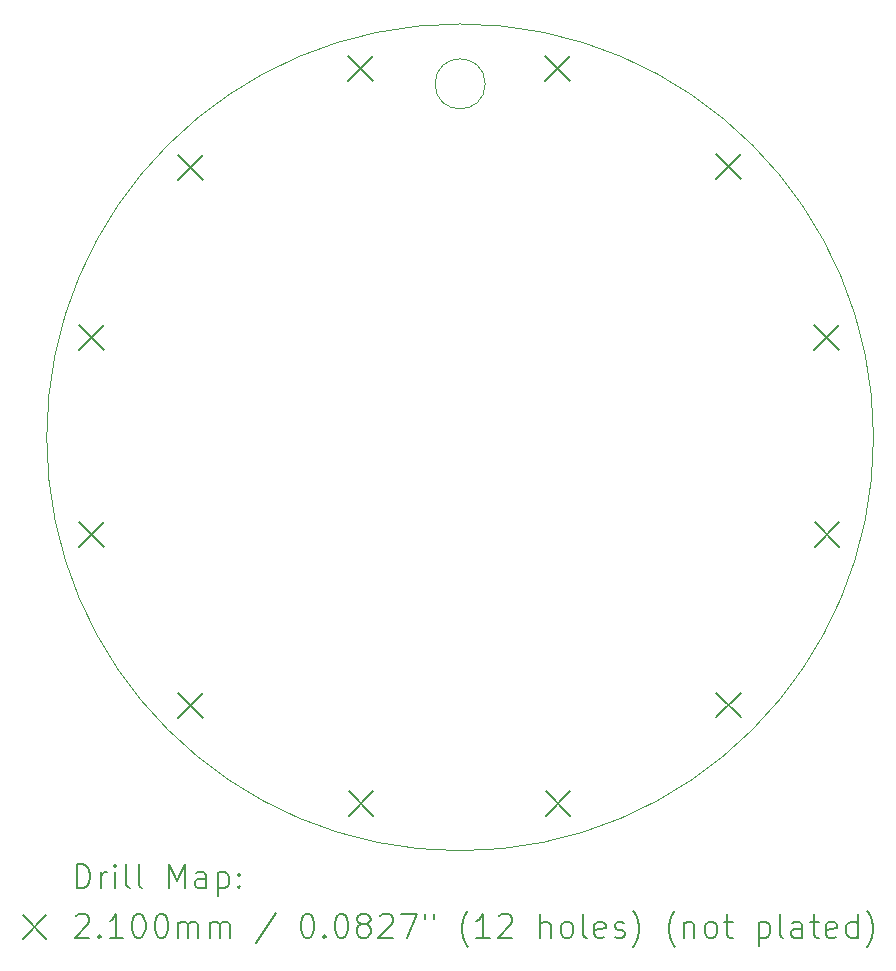
<source format=gbr>
%TF.GenerationSoftware,KiCad,Pcbnew,7.0.7*%
%TF.CreationDate,2023-10-30T19:25:37-07:00*%
%TF.ProjectId,CodeStackOrnament2023,436f6465-5374-4616-936b-4f726e616d65,rev?*%
%TF.SameCoordinates,Original*%
%TF.FileFunction,Drillmap*%
%TF.FilePolarity,Positive*%
%FSLAX45Y45*%
G04 Gerber Fmt 4.5, Leading zero omitted, Abs format (unit mm)*
G04 Created by KiCad (PCBNEW 7.0.7) date 2023-10-30 19:25:37*
%MOMM*%
%LPD*%
G01*
G04 APERTURE LIST*
%ADD10C,0.100000*%
%ADD11C,0.200000*%
%ADD12C,0.210000*%
G04 APERTURE END LIST*
D10*
X15220872Y-7476366D02*
G75*
G03*
X15220872Y-7476366I-211872J0D01*
G01*
X18509000Y-10468861D02*
G75*
G03*
X18509000Y-10468861I-3500000J0D01*
G01*
D11*
D12*
X11785218Y-9521194D02*
X11995218Y-9731194D01*
X11995218Y-9521194D02*
X11785218Y-9731194D01*
X11786227Y-11188743D02*
X11996227Y-11398743D01*
X11996227Y-11188743D02*
X11786227Y-11398743D01*
X12618119Y-8076550D02*
X12828119Y-8286550D01*
X12828119Y-8076550D02*
X12618119Y-8286550D01*
X12620875Y-12632378D02*
X12830875Y-12842378D01*
X12830875Y-12632378D02*
X12620875Y-12842378D01*
X14061754Y-7241902D02*
X14271754Y-7451902D01*
X14271754Y-7241902D02*
X14061754Y-7451902D01*
X14065519Y-13465279D02*
X14275519Y-13675279D01*
X14275519Y-13465279D02*
X14065519Y-13675279D01*
X15729302Y-7240893D02*
X15939302Y-7450893D01*
X15939302Y-7240893D02*
X15729302Y-7450893D01*
X15733068Y-13464269D02*
X15943068Y-13674269D01*
X15943068Y-13464269D02*
X15733068Y-13674269D01*
X17173946Y-8073794D02*
X17383946Y-8283794D01*
X17383946Y-8073794D02*
X17173946Y-8283794D01*
X17176703Y-12629621D02*
X17386703Y-12839621D01*
X17386703Y-12629621D02*
X17176703Y-12839621D01*
X18008595Y-9517429D02*
X18218595Y-9727429D01*
X18218595Y-9517429D02*
X18008595Y-9727429D01*
X18009604Y-11184977D02*
X18219604Y-11394977D01*
X18219604Y-11184977D02*
X18009604Y-11394977D01*
D11*
X11764777Y-14285344D02*
X11764777Y-14085344D01*
X11764777Y-14085344D02*
X11812396Y-14085344D01*
X11812396Y-14085344D02*
X11840967Y-14094868D01*
X11840967Y-14094868D02*
X11860015Y-14113916D01*
X11860015Y-14113916D02*
X11869539Y-14132963D01*
X11869539Y-14132963D02*
X11879062Y-14171058D01*
X11879062Y-14171058D02*
X11879062Y-14199630D01*
X11879062Y-14199630D02*
X11869539Y-14237725D01*
X11869539Y-14237725D02*
X11860015Y-14256773D01*
X11860015Y-14256773D02*
X11840967Y-14275820D01*
X11840967Y-14275820D02*
X11812396Y-14285344D01*
X11812396Y-14285344D02*
X11764777Y-14285344D01*
X11964777Y-14285344D02*
X11964777Y-14152011D01*
X11964777Y-14190106D02*
X11974301Y-14171058D01*
X11974301Y-14171058D02*
X11983824Y-14161535D01*
X11983824Y-14161535D02*
X12002872Y-14152011D01*
X12002872Y-14152011D02*
X12021920Y-14152011D01*
X12088586Y-14285344D02*
X12088586Y-14152011D01*
X12088586Y-14085344D02*
X12079062Y-14094868D01*
X12079062Y-14094868D02*
X12088586Y-14104392D01*
X12088586Y-14104392D02*
X12098110Y-14094868D01*
X12098110Y-14094868D02*
X12088586Y-14085344D01*
X12088586Y-14085344D02*
X12088586Y-14104392D01*
X12212396Y-14285344D02*
X12193348Y-14275820D01*
X12193348Y-14275820D02*
X12183824Y-14256773D01*
X12183824Y-14256773D02*
X12183824Y-14085344D01*
X12317158Y-14285344D02*
X12298110Y-14275820D01*
X12298110Y-14275820D02*
X12288586Y-14256773D01*
X12288586Y-14256773D02*
X12288586Y-14085344D01*
X12545729Y-14285344D02*
X12545729Y-14085344D01*
X12545729Y-14085344D02*
X12612396Y-14228201D01*
X12612396Y-14228201D02*
X12679062Y-14085344D01*
X12679062Y-14085344D02*
X12679062Y-14285344D01*
X12860015Y-14285344D02*
X12860015Y-14180582D01*
X12860015Y-14180582D02*
X12850491Y-14161535D01*
X12850491Y-14161535D02*
X12831443Y-14152011D01*
X12831443Y-14152011D02*
X12793348Y-14152011D01*
X12793348Y-14152011D02*
X12774301Y-14161535D01*
X12860015Y-14275820D02*
X12840967Y-14285344D01*
X12840967Y-14285344D02*
X12793348Y-14285344D01*
X12793348Y-14285344D02*
X12774301Y-14275820D01*
X12774301Y-14275820D02*
X12764777Y-14256773D01*
X12764777Y-14256773D02*
X12764777Y-14237725D01*
X12764777Y-14237725D02*
X12774301Y-14218678D01*
X12774301Y-14218678D02*
X12793348Y-14209154D01*
X12793348Y-14209154D02*
X12840967Y-14209154D01*
X12840967Y-14209154D02*
X12860015Y-14199630D01*
X12955253Y-14152011D02*
X12955253Y-14352011D01*
X12955253Y-14161535D02*
X12974301Y-14152011D01*
X12974301Y-14152011D02*
X13012396Y-14152011D01*
X13012396Y-14152011D02*
X13031443Y-14161535D01*
X13031443Y-14161535D02*
X13040967Y-14171058D01*
X13040967Y-14171058D02*
X13050491Y-14190106D01*
X13050491Y-14190106D02*
X13050491Y-14247249D01*
X13050491Y-14247249D02*
X13040967Y-14266297D01*
X13040967Y-14266297D02*
X13031443Y-14275820D01*
X13031443Y-14275820D02*
X13012396Y-14285344D01*
X13012396Y-14285344D02*
X12974301Y-14285344D01*
X12974301Y-14285344D02*
X12955253Y-14275820D01*
X13136205Y-14266297D02*
X13145729Y-14275820D01*
X13145729Y-14275820D02*
X13136205Y-14285344D01*
X13136205Y-14285344D02*
X13126682Y-14275820D01*
X13126682Y-14275820D02*
X13136205Y-14266297D01*
X13136205Y-14266297D02*
X13136205Y-14285344D01*
X13136205Y-14161535D02*
X13145729Y-14171058D01*
X13145729Y-14171058D02*
X13136205Y-14180582D01*
X13136205Y-14180582D02*
X13126682Y-14171058D01*
X13126682Y-14171058D02*
X13136205Y-14161535D01*
X13136205Y-14161535D02*
X13136205Y-14180582D01*
X11304000Y-14513860D02*
X11504000Y-14713860D01*
X11504000Y-14513860D02*
X11304000Y-14713860D01*
X11755253Y-14524392D02*
X11764777Y-14514868D01*
X11764777Y-14514868D02*
X11783824Y-14505344D01*
X11783824Y-14505344D02*
X11831443Y-14505344D01*
X11831443Y-14505344D02*
X11850491Y-14514868D01*
X11850491Y-14514868D02*
X11860015Y-14524392D01*
X11860015Y-14524392D02*
X11869539Y-14543439D01*
X11869539Y-14543439D02*
X11869539Y-14562487D01*
X11869539Y-14562487D02*
X11860015Y-14591058D01*
X11860015Y-14591058D02*
X11745729Y-14705344D01*
X11745729Y-14705344D02*
X11869539Y-14705344D01*
X11955253Y-14686297D02*
X11964777Y-14695820D01*
X11964777Y-14695820D02*
X11955253Y-14705344D01*
X11955253Y-14705344D02*
X11945729Y-14695820D01*
X11945729Y-14695820D02*
X11955253Y-14686297D01*
X11955253Y-14686297D02*
X11955253Y-14705344D01*
X12155253Y-14705344D02*
X12040967Y-14705344D01*
X12098110Y-14705344D02*
X12098110Y-14505344D01*
X12098110Y-14505344D02*
X12079062Y-14533916D01*
X12079062Y-14533916D02*
X12060015Y-14552963D01*
X12060015Y-14552963D02*
X12040967Y-14562487D01*
X12279062Y-14505344D02*
X12298110Y-14505344D01*
X12298110Y-14505344D02*
X12317158Y-14514868D01*
X12317158Y-14514868D02*
X12326682Y-14524392D01*
X12326682Y-14524392D02*
X12336205Y-14543439D01*
X12336205Y-14543439D02*
X12345729Y-14581535D01*
X12345729Y-14581535D02*
X12345729Y-14629154D01*
X12345729Y-14629154D02*
X12336205Y-14667249D01*
X12336205Y-14667249D02*
X12326682Y-14686297D01*
X12326682Y-14686297D02*
X12317158Y-14695820D01*
X12317158Y-14695820D02*
X12298110Y-14705344D01*
X12298110Y-14705344D02*
X12279062Y-14705344D01*
X12279062Y-14705344D02*
X12260015Y-14695820D01*
X12260015Y-14695820D02*
X12250491Y-14686297D01*
X12250491Y-14686297D02*
X12240967Y-14667249D01*
X12240967Y-14667249D02*
X12231443Y-14629154D01*
X12231443Y-14629154D02*
X12231443Y-14581535D01*
X12231443Y-14581535D02*
X12240967Y-14543439D01*
X12240967Y-14543439D02*
X12250491Y-14524392D01*
X12250491Y-14524392D02*
X12260015Y-14514868D01*
X12260015Y-14514868D02*
X12279062Y-14505344D01*
X12469539Y-14505344D02*
X12488586Y-14505344D01*
X12488586Y-14505344D02*
X12507634Y-14514868D01*
X12507634Y-14514868D02*
X12517158Y-14524392D01*
X12517158Y-14524392D02*
X12526682Y-14543439D01*
X12526682Y-14543439D02*
X12536205Y-14581535D01*
X12536205Y-14581535D02*
X12536205Y-14629154D01*
X12536205Y-14629154D02*
X12526682Y-14667249D01*
X12526682Y-14667249D02*
X12517158Y-14686297D01*
X12517158Y-14686297D02*
X12507634Y-14695820D01*
X12507634Y-14695820D02*
X12488586Y-14705344D01*
X12488586Y-14705344D02*
X12469539Y-14705344D01*
X12469539Y-14705344D02*
X12450491Y-14695820D01*
X12450491Y-14695820D02*
X12440967Y-14686297D01*
X12440967Y-14686297D02*
X12431443Y-14667249D01*
X12431443Y-14667249D02*
X12421920Y-14629154D01*
X12421920Y-14629154D02*
X12421920Y-14581535D01*
X12421920Y-14581535D02*
X12431443Y-14543439D01*
X12431443Y-14543439D02*
X12440967Y-14524392D01*
X12440967Y-14524392D02*
X12450491Y-14514868D01*
X12450491Y-14514868D02*
X12469539Y-14505344D01*
X12621920Y-14705344D02*
X12621920Y-14572011D01*
X12621920Y-14591058D02*
X12631443Y-14581535D01*
X12631443Y-14581535D02*
X12650491Y-14572011D01*
X12650491Y-14572011D02*
X12679063Y-14572011D01*
X12679063Y-14572011D02*
X12698110Y-14581535D01*
X12698110Y-14581535D02*
X12707634Y-14600582D01*
X12707634Y-14600582D02*
X12707634Y-14705344D01*
X12707634Y-14600582D02*
X12717158Y-14581535D01*
X12717158Y-14581535D02*
X12736205Y-14572011D01*
X12736205Y-14572011D02*
X12764777Y-14572011D01*
X12764777Y-14572011D02*
X12783824Y-14581535D01*
X12783824Y-14581535D02*
X12793348Y-14600582D01*
X12793348Y-14600582D02*
X12793348Y-14705344D01*
X12888586Y-14705344D02*
X12888586Y-14572011D01*
X12888586Y-14591058D02*
X12898110Y-14581535D01*
X12898110Y-14581535D02*
X12917158Y-14572011D01*
X12917158Y-14572011D02*
X12945729Y-14572011D01*
X12945729Y-14572011D02*
X12964777Y-14581535D01*
X12964777Y-14581535D02*
X12974301Y-14600582D01*
X12974301Y-14600582D02*
X12974301Y-14705344D01*
X12974301Y-14600582D02*
X12983824Y-14581535D01*
X12983824Y-14581535D02*
X13002872Y-14572011D01*
X13002872Y-14572011D02*
X13031443Y-14572011D01*
X13031443Y-14572011D02*
X13050491Y-14581535D01*
X13050491Y-14581535D02*
X13060015Y-14600582D01*
X13060015Y-14600582D02*
X13060015Y-14705344D01*
X13450491Y-14495820D02*
X13279063Y-14752963D01*
X13707634Y-14505344D02*
X13726682Y-14505344D01*
X13726682Y-14505344D02*
X13745729Y-14514868D01*
X13745729Y-14514868D02*
X13755253Y-14524392D01*
X13755253Y-14524392D02*
X13764777Y-14543439D01*
X13764777Y-14543439D02*
X13774301Y-14581535D01*
X13774301Y-14581535D02*
X13774301Y-14629154D01*
X13774301Y-14629154D02*
X13764777Y-14667249D01*
X13764777Y-14667249D02*
X13755253Y-14686297D01*
X13755253Y-14686297D02*
X13745729Y-14695820D01*
X13745729Y-14695820D02*
X13726682Y-14705344D01*
X13726682Y-14705344D02*
X13707634Y-14705344D01*
X13707634Y-14705344D02*
X13688586Y-14695820D01*
X13688586Y-14695820D02*
X13679063Y-14686297D01*
X13679063Y-14686297D02*
X13669539Y-14667249D01*
X13669539Y-14667249D02*
X13660015Y-14629154D01*
X13660015Y-14629154D02*
X13660015Y-14581535D01*
X13660015Y-14581535D02*
X13669539Y-14543439D01*
X13669539Y-14543439D02*
X13679063Y-14524392D01*
X13679063Y-14524392D02*
X13688586Y-14514868D01*
X13688586Y-14514868D02*
X13707634Y-14505344D01*
X13860015Y-14686297D02*
X13869539Y-14695820D01*
X13869539Y-14695820D02*
X13860015Y-14705344D01*
X13860015Y-14705344D02*
X13850491Y-14695820D01*
X13850491Y-14695820D02*
X13860015Y-14686297D01*
X13860015Y-14686297D02*
X13860015Y-14705344D01*
X13993348Y-14505344D02*
X14012396Y-14505344D01*
X14012396Y-14505344D02*
X14031444Y-14514868D01*
X14031444Y-14514868D02*
X14040967Y-14524392D01*
X14040967Y-14524392D02*
X14050491Y-14543439D01*
X14050491Y-14543439D02*
X14060015Y-14581535D01*
X14060015Y-14581535D02*
X14060015Y-14629154D01*
X14060015Y-14629154D02*
X14050491Y-14667249D01*
X14050491Y-14667249D02*
X14040967Y-14686297D01*
X14040967Y-14686297D02*
X14031444Y-14695820D01*
X14031444Y-14695820D02*
X14012396Y-14705344D01*
X14012396Y-14705344D02*
X13993348Y-14705344D01*
X13993348Y-14705344D02*
X13974301Y-14695820D01*
X13974301Y-14695820D02*
X13964777Y-14686297D01*
X13964777Y-14686297D02*
X13955253Y-14667249D01*
X13955253Y-14667249D02*
X13945729Y-14629154D01*
X13945729Y-14629154D02*
X13945729Y-14581535D01*
X13945729Y-14581535D02*
X13955253Y-14543439D01*
X13955253Y-14543439D02*
X13964777Y-14524392D01*
X13964777Y-14524392D02*
X13974301Y-14514868D01*
X13974301Y-14514868D02*
X13993348Y-14505344D01*
X14174301Y-14591058D02*
X14155253Y-14581535D01*
X14155253Y-14581535D02*
X14145729Y-14572011D01*
X14145729Y-14572011D02*
X14136206Y-14552963D01*
X14136206Y-14552963D02*
X14136206Y-14543439D01*
X14136206Y-14543439D02*
X14145729Y-14524392D01*
X14145729Y-14524392D02*
X14155253Y-14514868D01*
X14155253Y-14514868D02*
X14174301Y-14505344D01*
X14174301Y-14505344D02*
X14212396Y-14505344D01*
X14212396Y-14505344D02*
X14231444Y-14514868D01*
X14231444Y-14514868D02*
X14240967Y-14524392D01*
X14240967Y-14524392D02*
X14250491Y-14543439D01*
X14250491Y-14543439D02*
X14250491Y-14552963D01*
X14250491Y-14552963D02*
X14240967Y-14572011D01*
X14240967Y-14572011D02*
X14231444Y-14581535D01*
X14231444Y-14581535D02*
X14212396Y-14591058D01*
X14212396Y-14591058D02*
X14174301Y-14591058D01*
X14174301Y-14591058D02*
X14155253Y-14600582D01*
X14155253Y-14600582D02*
X14145729Y-14610106D01*
X14145729Y-14610106D02*
X14136206Y-14629154D01*
X14136206Y-14629154D02*
X14136206Y-14667249D01*
X14136206Y-14667249D02*
X14145729Y-14686297D01*
X14145729Y-14686297D02*
X14155253Y-14695820D01*
X14155253Y-14695820D02*
X14174301Y-14705344D01*
X14174301Y-14705344D02*
X14212396Y-14705344D01*
X14212396Y-14705344D02*
X14231444Y-14695820D01*
X14231444Y-14695820D02*
X14240967Y-14686297D01*
X14240967Y-14686297D02*
X14250491Y-14667249D01*
X14250491Y-14667249D02*
X14250491Y-14629154D01*
X14250491Y-14629154D02*
X14240967Y-14610106D01*
X14240967Y-14610106D02*
X14231444Y-14600582D01*
X14231444Y-14600582D02*
X14212396Y-14591058D01*
X14326682Y-14524392D02*
X14336206Y-14514868D01*
X14336206Y-14514868D02*
X14355253Y-14505344D01*
X14355253Y-14505344D02*
X14402872Y-14505344D01*
X14402872Y-14505344D02*
X14421920Y-14514868D01*
X14421920Y-14514868D02*
X14431444Y-14524392D01*
X14431444Y-14524392D02*
X14440967Y-14543439D01*
X14440967Y-14543439D02*
X14440967Y-14562487D01*
X14440967Y-14562487D02*
X14431444Y-14591058D01*
X14431444Y-14591058D02*
X14317158Y-14705344D01*
X14317158Y-14705344D02*
X14440967Y-14705344D01*
X14507634Y-14505344D02*
X14640967Y-14505344D01*
X14640967Y-14505344D02*
X14555253Y-14705344D01*
X14707634Y-14505344D02*
X14707634Y-14543439D01*
X14783825Y-14505344D02*
X14783825Y-14543439D01*
X15079063Y-14781535D02*
X15069539Y-14772011D01*
X15069539Y-14772011D02*
X15050491Y-14743439D01*
X15050491Y-14743439D02*
X15040968Y-14724392D01*
X15040968Y-14724392D02*
X15031444Y-14695820D01*
X15031444Y-14695820D02*
X15021920Y-14648201D01*
X15021920Y-14648201D02*
X15021920Y-14610106D01*
X15021920Y-14610106D02*
X15031444Y-14562487D01*
X15031444Y-14562487D02*
X15040968Y-14533916D01*
X15040968Y-14533916D02*
X15050491Y-14514868D01*
X15050491Y-14514868D02*
X15069539Y-14486297D01*
X15069539Y-14486297D02*
X15079063Y-14476773D01*
X15260015Y-14705344D02*
X15145729Y-14705344D01*
X15202872Y-14705344D02*
X15202872Y-14505344D01*
X15202872Y-14505344D02*
X15183825Y-14533916D01*
X15183825Y-14533916D02*
X15164777Y-14552963D01*
X15164777Y-14552963D02*
X15145729Y-14562487D01*
X15336206Y-14524392D02*
X15345729Y-14514868D01*
X15345729Y-14514868D02*
X15364777Y-14505344D01*
X15364777Y-14505344D02*
X15412396Y-14505344D01*
X15412396Y-14505344D02*
X15431444Y-14514868D01*
X15431444Y-14514868D02*
X15440968Y-14524392D01*
X15440968Y-14524392D02*
X15450491Y-14543439D01*
X15450491Y-14543439D02*
X15450491Y-14562487D01*
X15450491Y-14562487D02*
X15440968Y-14591058D01*
X15440968Y-14591058D02*
X15326682Y-14705344D01*
X15326682Y-14705344D02*
X15450491Y-14705344D01*
X15688587Y-14705344D02*
X15688587Y-14505344D01*
X15774301Y-14705344D02*
X15774301Y-14600582D01*
X15774301Y-14600582D02*
X15764777Y-14581535D01*
X15764777Y-14581535D02*
X15745730Y-14572011D01*
X15745730Y-14572011D02*
X15717158Y-14572011D01*
X15717158Y-14572011D02*
X15698110Y-14581535D01*
X15698110Y-14581535D02*
X15688587Y-14591058D01*
X15898110Y-14705344D02*
X15879063Y-14695820D01*
X15879063Y-14695820D02*
X15869539Y-14686297D01*
X15869539Y-14686297D02*
X15860015Y-14667249D01*
X15860015Y-14667249D02*
X15860015Y-14610106D01*
X15860015Y-14610106D02*
X15869539Y-14591058D01*
X15869539Y-14591058D02*
X15879063Y-14581535D01*
X15879063Y-14581535D02*
X15898110Y-14572011D01*
X15898110Y-14572011D02*
X15926682Y-14572011D01*
X15926682Y-14572011D02*
X15945730Y-14581535D01*
X15945730Y-14581535D02*
X15955253Y-14591058D01*
X15955253Y-14591058D02*
X15964777Y-14610106D01*
X15964777Y-14610106D02*
X15964777Y-14667249D01*
X15964777Y-14667249D02*
X15955253Y-14686297D01*
X15955253Y-14686297D02*
X15945730Y-14695820D01*
X15945730Y-14695820D02*
X15926682Y-14705344D01*
X15926682Y-14705344D02*
X15898110Y-14705344D01*
X16079063Y-14705344D02*
X16060015Y-14695820D01*
X16060015Y-14695820D02*
X16050491Y-14676773D01*
X16050491Y-14676773D02*
X16050491Y-14505344D01*
X16231444Y-14695820D02*
X16212396Y-14705344D01*
X16212396Y-14705344D02*
X16174301Y-14705344D01*
X16174301Y-14705344D02*
X16155253Y-14695820D01*
X16155253Y-14695820D02*
X16145730Y-14676773D01*
X16145730Y-14676773D02*
X16145730Y-14600582D01*
X16145730Y-14600582D02*
X16155253Y-14581535D01*
X16155253Y-14581535D02*
X16174301Y-14572011D01*
X16174301Y-14572011D02*
X16212396Y-14572011D01*
X16212396Y-14572011D02*
X16231444Y-14581535D01*
X16231444Y-14581535D02*
X16240968Y-14600582D01*
X16240968Y-14600582D02*
X16240968Y-14619630D01*
X16240968Y-14619630D02*
X16145730Y-14638678D01*
X16317158Y-14695820D02*
X16336206Y-14705344D01*
X16336206Y-14705344D02*
X16374301Y-14705344D01*
X16374301Y-14705344D02*
X16393349Y-14695820D01*
X16393349Y-14695820D02*
X16402872Y-14676773D01*
X16402872Y-14676773D02*
X16402872Y-14667249D01*
X16402872Y-14667249D02*
X16393349Y-14648201D01*
X16393349Y-14648201D02*
X16374301Y-14638678D01*
X16374301Y-14638678D02*
X16345730Y-14638678D01*
X16345730Y-14638678D02*
X16326682Y-14629154D01*
X16326682Y-14629154D02*
X16317158Y-14610106D01*
X16317158Y-14610106D02*
X16317158Y-14600582D01*
X16317158Y-14600582D02*
X16326682Y-14581535D01*
X16326682Y-14581535D02*
X16345730Y-14572011D01*
X16345730Y-14572011D02*
X16374301Y-14572011D01*
X16374301Y-14572011D02*
X16393349Y-14581535D01*
X16469539Y-14781535D02*
X16479063Y-14772011D01*
X16479063Y-14772011D02*
X16498111Y-14743439D01*
X16498111Y-14743439D02*
X16507634Y-14724392D01*
X16507634Y-14724392D02*
X16517158Y-14695820D01*
X16517158Y-14695820D02*
X16526682Y-14648201D01*
X16526682Y-14648201D02*
X16526682Y-14610106D01*
X16526682Y-14610106D02*
X16517158Y-14562487D01*
X16517158Y-14562487D02*
X16507634Y-14533916D01*
X16507634Y-14533916D02*
X16498111Y-14514868D01*
X16498111Y-14514868D02*
X16479063Y-14486297D01*
X16479063Y-14486297D02*
X16469539Y-14476773D01*
X16831444Y-14781535D02*
X16821920Y-14772011D01*
X16821920Y-14772011D02*
X16802873Y-14743439D01*
X16802873Y-14743439D02*
X16793349Y-14724392D01*
X16793349Y-14724392D02*
X16783825Y-14695820D01*
X16783825Y-14695820D02*
X16774301Y-14648201D01*
X16774301Y-14648201D02*
X16774301Y-14610106D01*
X16774301Y-14610106D02*
X16783825Y-14562487D01*
X16783825Y-14562487D02*
X16793349Y-14533916D01*
X16793349Y-14533916D02*
X16802873Y-14514868D01*
X16802873Y-14514868D02*
X16821920Y-14486297D01*
X16821920Y-14486297D02*
X16831444Y-14476773D01*
X16907634Y-14572011D02*
X16907634Y-14705344D01*
X16907634Y-14591058D02*
X16917158Y-14581535D01*
X16917158Y-14581535D02*
X16936206Y-14572011D01*
X16936206Y-14572011D02*
X16964777Y-14572011D01*
X16964777Y-14572011D02*
X16983825Y-14581535D01*
X16983825Y-14581535D02*
X16993349Y-14600582D01*
X16993349Y-14600582D02*
X16993349Y-14705344D01*
X17117158Y-14705344D02*
X17098111Y-14695820D01*
X17098111Y-14695820D02*
X17088587Y-14686297D01*
X17088587Y-14686297D02*
X17079063Y-14667249D01*
X17079063Y-14667249D02*
X17079063Y-14610106D01*
X17079063Y-14610106D02*
X17088587Y-14591058D01*
X17088587Y-14591058D02*
X17098111Y-14581535D01*
X17098111Y-14581535D02*
X17117158Y-14572011D01*
X17117158Y-14572011D02*
X17145730Y-14572011D01*
X17145730Y-14572011D02*
X17164777Y-14581535D01*
X17164777Y-14581535D02*
X17174301Y-14591058D01*
X17174301Y-14591058D02*
X17183825Y-14610106D01*
X17183825Y-14610106D02*
X17183825Y-14667249D01*
X17183825Y-14667249D02*
X17174301Y-14686297D01*
X17174301Y-14686297D02*
X17164777Y-14695820D01*
X17164777Y-14695820D02*
X17145730Y-14705344D01*
X17145730Y-14705344D02*
X17117158Y-14705344D01*
X17240968Y-14572011D02*
X17317158Y-14572011D01*
X17269539Y-14505344D02*
X17269539Y-14676773D01*
X17269539Y-14676773D02*
X17279063Y-14695820D01*
X17279063Y-14695820D02*
X17298111Y-14705344D01*
X17298111Y-14705344D02*
X17317158Y-14705344D01*
X17536206Y-14572011D02*
X17536206Y-14772011D01*
X17536206Y-14581535D02*
X17555254Y-14572011D01*
X17555254Y-14572011D02*
X17593349Y-14572011D01*
X17593349Y-14572011D02*
X17612396Y-14581535D01*
X17612396Y-14581535D02*
X17621920Y-14591058D01*
X17621920Y-14591058D02*
X17631444Y-14610106D01*
X17631444Y-14610106D02*
X17631444Y-14667249D01*
X17631444Y-14667249D02*
X17621920Y-14686297D01*
X17621920Y-14686297D02*
X17612396Y-14695820D01*
X17612396Y-14695820D02*
X17593349Y-14705344D01*
X17593349Y-14705344D02*
X17555254Y-14705344D01*
X17555254Y-14705344D02*
X17536206Y-14695820D01*
X17745730Y-14705344D02*
X17726682Y-14695820D01*
X17726682Y-14695820D02*
X17717158Y-14676773D01*
X17717158Y-14676773D02*
X17717158Y-14505344D01*
X17907635Y-14705344D02*
X17907635Y-14600582D01*
X17907635Y-14600582D02*
X17898111Y-14581535D01*
X17898111Y-14581535D02*
X17879063Y-14572011D01*
X17879063Y-14572011D02*
X17840968Y-14572011D01*
X17840968Y-14572011D02*
X17821920Y-14581535D01*
X17907635Y-14695820D02*
X17888587Y-14705344D01*
X17888587Y-14705344D02*
X17840968Y-14705344D01*
X17840968Y-14705344D02*
X17821920Y-14695820D01*
X17821920Y-14695820D02*
X17812396Y-14676773D01*
X17812396Y-14676773D02*
X17812396Y-14657725D01*
X17812396Y-14657725D02*
X17821920Y-14638678D01*
X17821920Y-14638678D02*
X17840968Y-14629154D01*
X17840968Y-14629154D02*
X17888587Y-14629154D01*
X17888587Y-14629154D02*
X17907635Y-14619630D01*
X17974301Y-14572011D02*
X18050492Y-14572011D01*
X18002873Y-14505344D02*
X18002873Y-14676773D01*
X18002873Y-14676773D02*
X18012396Y-14695820D01*
X18012396Y-14695820D02*
X18031444Y-14705344D01*
X18031444Y-14705344D02*
X18050492Y-14705344D01*
X18193349Y-14695820D02*
X18174301Y-14705344D01*
X18174301Y-14705344D02*
X18136206Y-14705344D01*
X18136206Y-14705344D02*
X18117158Y-14695820D01*
X18117158Y-14695820D02*
X18107635Y-14676773D01*
X18107635Y-14676773D02*
X18107635Y-14600582D01*
X18107635Y-14600582D02*
X18117158Y-14581535D01*
X18117158Y-14581535D02*
X18136206Y-14572011D01*
X18136206Y-14572011D02*
X18174301Y-14572011D01*
X18174301Y-14572011D02*
X18193349Y-14581535D01*
X18193349Y-14581535D02*
X18202873Y-14600582D01*
X18202873Y-14600582D02*
X18202873Y-14619630D01*
X18202873Y-14619630D02*
X18107635Y-14638678D01*
X18374301Y-14705344D02*
X18374301Y-14505344D01*
X18374301Y-14695820D02*
X18355254Y-14705344D01*
X18355254Y-14705344D02*
X18317158Y-14705344D01*
X18317158Y-14705344D02*
X18298111Y-14695820D01*
X18298111Y-14695820D02*
X18288587Y-14686297D01*
X18288587Y-14686297D02*
X18279063Y-14667249D01*
X18279063Y-14667249D02*
X18279063Y-14610106D01*
X18279063Y-14610106D02*
X18288587Y-14591058D01*
X18288587Y-14591058D02*
X18298111Y-14581535D01*
X18298111Y-14581535D02*
X18317158Y-14572011D01*
X18317158Y-14572011D02*
X18355254Y-14572011D01*
X18355254Y-14572011D02*
X18374301Y-14581535D01*
X18450492Y-14781535D02*
X18460016Y-14772011D01*
X18460016Y-14772011D02*
X18479063Y-14743439D01*
X18479063Y-14743439D02*
X18488587Y-14724392D01*
X18488587Y-14724392D02*
X18498111Y-14695820D01*
X18498111Y-14695820D02*
X18507635Y-14648201D01*
X18507635Y-14648201D02*
X18507635Y-14610106D01*
X18507635Y-14610106D02*
X18498111Y-14562487D01*
X18498111Y-14562487D02*
X18488587Y-14533916D01*
X18488587Y-14533916D02*
X18479063Y-14514868D01*
X18479063Y-14514868D02*
X18460016Y-14486297D01*
X18460016Y-14486297D02*
X18450492Y-14476773D01*
M02*

</source>
